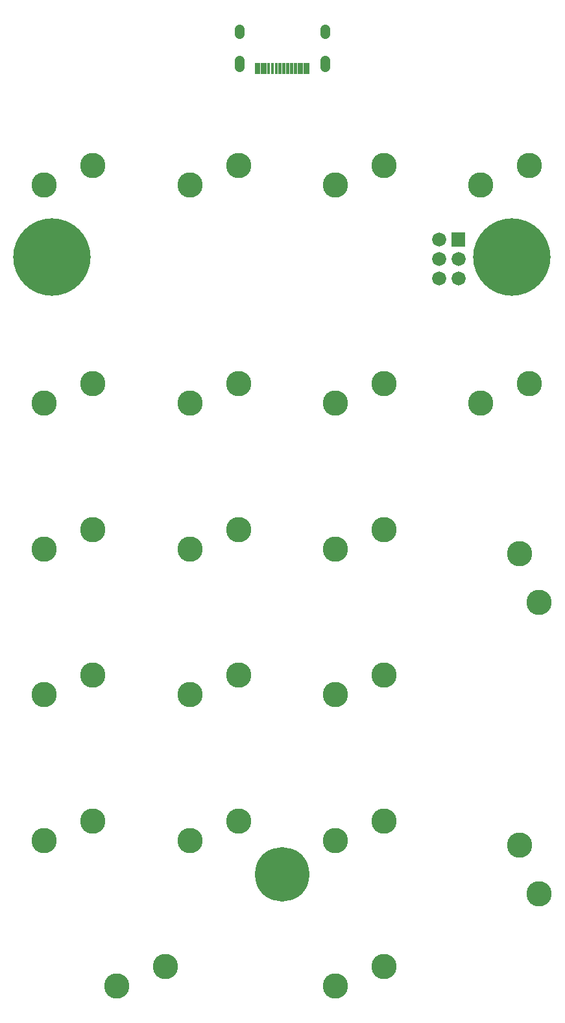
<source format=gts>
G04 Layer: TopSolderMaskLayer*
G04 EasyEDA v6.4.25, 2022-01-12T23:06:35+11:00*
G04 f164c25aadf14f42abcd0731058902df,bd1e99ad82f14e1cb325c08acf502db4,10*
G04 Gerber Generator version 0.2*
G04 Scale: 100 percent, Rotated: No, Reflected: No *
G04 Dimensions in millimeters *
G04 leading zeros omitted , absolute positions ,4 integer and 5 decimal *
%FSLAX45Y45*%
%MOMM*%

%ADD49C,1.3016*%
%ADD51C,3.3032*%
%ADD52C,1.8288*%
%ADD54C,10.1016*%
%ADD55C,7.1016*%

%LPD*%
D49*
X4807508Y-88521D02*
G01*
X4807508Y-28521D01*
X3692499Y-88521D02*
G01*
X3692499Y-28521D01*
X3692499Y-516529D02*
G01*
X3692499Y-436529D01*
X4807508Y-516529D02*
G01*
X4807508Y-436529D01*
G36*
X4564888Y-611631D02*
G01*
X4564888Y-471423D01*
X4605020Y-471423D01*
X4605020Y-611631D01*
G37*
G36*
X4534915Y-611631D02*
G01*
X4534915Y-471423D01*
X4575047Y-471423D01*
X4575047Y-611631D01*
G37*
G36*
X4484877Y-611631D02*
G01*
X4484877Y-471423D01*
X4525009Y-471423D01*
X4525009Y-611631D01*
G37*
G36*
X4454906Y-611631D02*
G01*
X4454906Y-471423D01*
X4495038Y-471423D01*
X4495038Y-611631D01*
G37*
G36*
X4404868Y-611631D02*
G01*
X4404868Y-471423D01*
X4445000Y-471423D01*
X4445000Y-611631D01*
G37*
G36*
X4354829Y-611631D02*
G01*
X4354829Y-471423D01*
X4394961Y-471423D01*
X4394961Y-611631D01*
G37*
G36*
X4305045Y-611631D02*
G01*
X4305045Y-471423D01*
X4345177Y-471423D01*
X4345177Y-611631D01*
G37*
G36*
X4255008Y-611631D02*
G01*
X4255008Y-471423D01*
X4295140Y-471423D01*
X4295140Y-611631D01*
G37*
G36*
X4204970Y-611631D02*
G01*
X4204970Y-471423D01*
X4245102Y-471423D01*
X4245102Y-611631D01*
G37*
G36*
X4154931Y-611631D02*
G01*
X4154931Y-471423D01*
X4195063Y-471423D01*
X4195063Y-611631D01*
G37*
G36*
X4054856Y-611631D02*
G01*
X4054856Y-471423D01*
X4094988Y-471423D01*
X4094988Y-611631D01*
G37*
G36*
X4004818Y-611631D02*
G01*
X4004818Y-471423D01*
X4045204Y-471423D01*
X4045204Y-611631D01*
G37*
G36*
X3974845Y-611631D02*
G01*
X3974845Y-471423D01*
X4014977Y-471423D01*
X4014977Y-611631D01*
G37*
G36*
X3924808Y-611631D02*
G01*
X3924808Y-471423D01*
X3965193Y-471423D01*
X3965193Y-611631D01*
G37*
G36*
X3894836Y-611631D02*
G01*
X3894836Y-471423D01*
X3934968Y-471423D01*
X3934968Y-611631D01*
G37*
G36*
X4104893Y-611631D02*
G01*
X4104893Y-471423D01*
X4145025Y-471423D01*
X4145025Y-611631D01*
G37*
D51*
G01*
X3045968Y-2057907D03*
G01*
X3680968Y-1803907D03*
G01*
X4945888Y-2057907D03*
G01*
X5580888Y-1803907D03*
G01*
X6846061Y-2057907D03*
G01*
X7481061Y-1803907D03*
G01*
X1146047Y-4908042D03*
G01*
X1781047Y-4654042D03*
G01*
X3045968Y-4908042D03*
G01*
X3680968Y-4654042D03*
G01*
X4945989Y-4907991D03*
G01*
X5580989Y-4653991D03*
G01*
X6846061Y-4908042D03*
G01*
X7481061Y-4654042D03*
G01*
X1145997Y-6808012D03*
G01*
X1780997Y-6554012D03*
G01*
X3045968Y-6807962D03*
G01*
X3680968Y-6553962D03*
G01*
X4945888Y-6807962D03*
G01*
X5580888Y-6553962D03*
G01*
X7608061Y-7503921D03*
G01*
X7354061Y-6868921D03*
G01*
X1146047Y-8707881D03*
G01*
X1781047Y-8453881D03*
G01*
X3045968Y-8707881D03*
G01*
X3680968Y-8453881D03*
G01*
X4945888Y-8707881D03*
G01*
X5580888Y-8453881D03*
G01*
X1146047Y-10608055D03*
G01*
X1781047Y-10354055D03*
G01*
X3045968Y-10608055D03*
G01*
X3680968Y-10354055D03*
G01*
X4945888Y-10608055D03*
G01*
X5580888Y-10354055D03*
G01*
X7608061Y-11304015D03*
G01*
X7354061Y-10669015D03*
G01*
X2096008Y-12507976D03*
G01*
X2731008Y-12253976D03*
G01*
X4945888Y-12507976D03*
G01*
X5580888Y-12253976D03*
G01*
X1145997Y-2058009D03*
G01*
X1780997Y-1804009D03*
D52*
G01*
X6552006Y-3025012D03*
G01*
X6298006Y-3025012D03*
G01*
X6298006Y-2771012D03*
G36*
X6460490Y-2862326D02*
G01*
X6460490Y-2679445D01*
X6643370Y-2679445D01*
X6643370Y-2862326D01*
G37*
G01*
X6552006Y-3279012D03*
G01*
X6298006Y-3279012D03*
D54*
G01*
X1250010Y-2999994D03*
G01*
X7249998Y-2999994D03*
D55*
G01*
X4250004Y-11049990D03*
M02*

</source>
